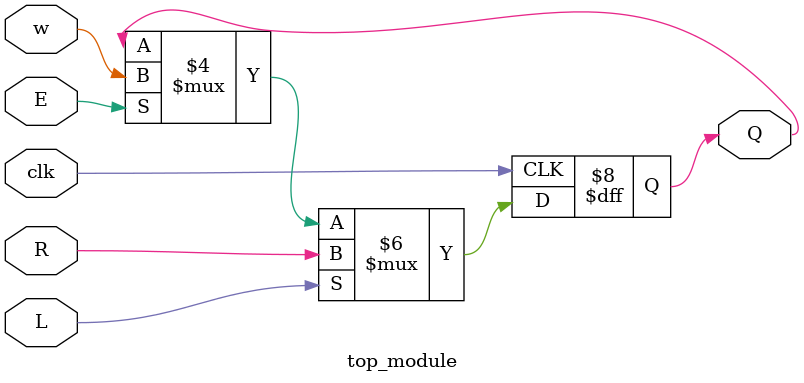
<source format=sv>
module top_module (
	input clk,
	input w,
	input R,
	input E,
	input L,
	output reg Q
);
	always @(posedge clk) begin
		if (L == 1'b1) begin
			Q <= R;
		end else begin
			Q <= (E == 1'b1) ? w : Q;
		end
	end
endmodule

</source>
